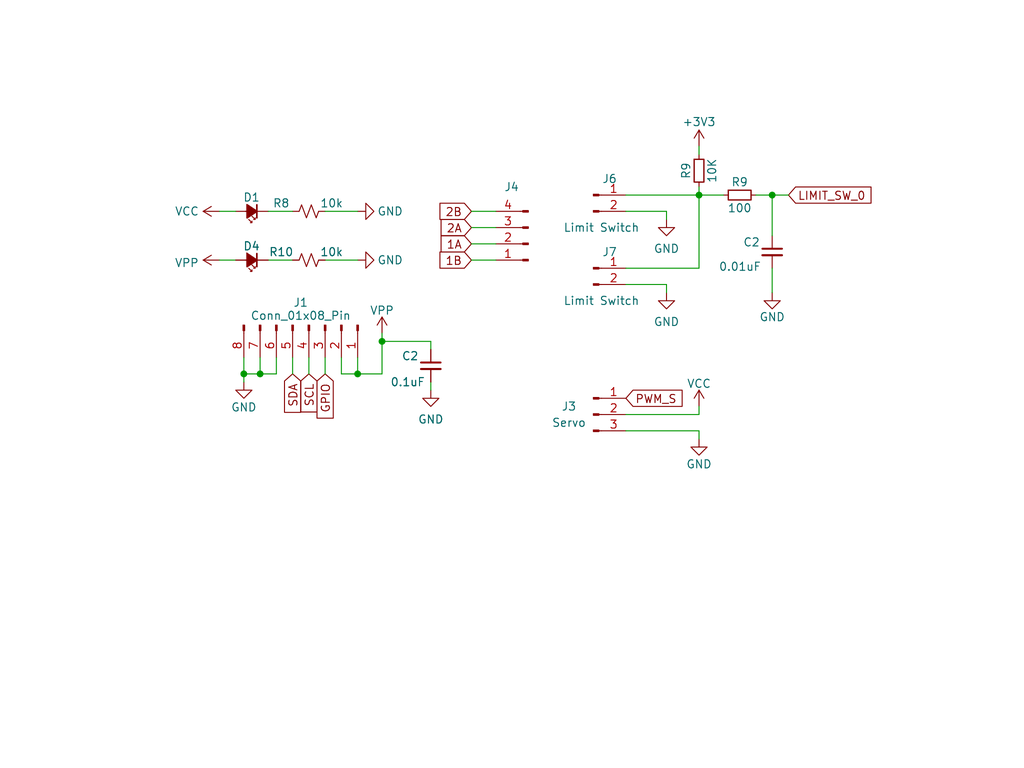
<source format=kicad_sch>
(kicad_sch (version 20230121) (generator eeschema)

  (uuid 44e254d1-1fbc-4905-aea0-99a7c6f7476a)

  (paper "User" 159.995 119.99)

  (lib_symbols
    (symbol "Connector:Conn_01x02_Male" (pin_names (offset 1.016) hide) (in_bom yes) (on_board yes)
      (property "Reference" "J" (at 0 2.54 0)
        (effects (font (size 1.27 1.27)))
      )
      (property "Value" "Conn_01x02_Male" (at 0 -5.08 0)
        (effects (font (size 1.27 1.27)))
      )
      (property "Footprint" "" (at 0 0 0)
        (effects (font (size 1.27 1.27)) hide)
      )
      (property "Datasheet" "~" (at 0 0 0)
        (effects (font (size 1.27 1.27)) hide)
      )
      (property "ki_keywords" "connector" (at 0 0 0)
        (effects (font (size 1.27 1.27)) hide)
      )
      (property "ki_description" "Generic connector, single row, 01x02, script generated (kicad-library-utils/schlib/autogen/connector/)" (at 0 0 0)
        (effects (font (size 1.27 1.27)) hide)
      )
      (property "ki_fp_filters" "Connector*:*_1x??_*" (at 0 0 0)
        (effects (font (size 1.27 1.27)) hide)
      )
      (symbol "Conn_01x02_Male_1_1"
        (polyline
          (pts
            (xy 1.27 -2.54)
            (xy 0.8636 -2.54)
          )
          (stroke (width 0.1524) (type default))
          (fill (type none))
        )
        (polyline
          (pts
            (xy 1.27 0)
            (xy 0.8636 0)
          )
          (stroke (width 0.1524) (type default))
          (fill (type none))
        )
        (rectangle (start 0.8636 -2.413) (end 0 -2.667)
          (stroke (width 0.1524) (type default))
          (fill (type outline))
        )
        (rectangle (start 0.8636 0.127) (end 0 -0.127)
          (stroke (width 0.1524) (type default))
          (fill (type outline))
        )
        (pin passive line (at 5.08 0 180) (length 3.81)
          (name "Pin_1" (effects (font (size 1.27 1.27))))
          (number "1" (effects (font (size 1.27 1.27))))
        )
        (pin passive line (at 5.08 -2.54 180) (length 3.81)
          (name "Pin_2" (effects (font (size 1.27 1.27))))
          (number "2" (effects (font (size 1.27 1.27))))
        )
      )
    )
    (symbol "Connector:Conn_01x03_Pin" (pin_names (offset 1.016) hide) (in_bom yes) (on_board yes)
      (property "Reference" "J" (at 0 5.08 0)
        (effects (font (size 1.27 1.27)))
      )
      (property "Value" "Conn_01x03_Pin" (at 0 -5.08 0)
        (effects (font (size 1.27 1.27)))
      )
      (property "Footprint" "" (at 0 0 0)
        (effects (font (size 1.27 1.27)) hide)
      )
      (property "Datasheet" "~" (at 0 0 0)
        (effects (font (size 1.27 1.27)) hide)
      )
      (property "ki_locked" "" (at 0 0 0)
        (effects (font (size 1.27 1.27)))
      )
      (property "ki_keywords" "connector" (at 0 0 0)
        (effects (font (size 1.27 1.27)) hide)
      )
      (property "ki_description" "Generic connector, single row, 01x03, script generated" (at 0 0 0)
        (effects (font (size 1.27 1.27)) hide)
      )
      (property "ki_fp_filters" "Connector*:*_1x??_*" (at 0 0 0)
        (effects (font (size 1.27 1.27)) hide)
      )
      (symbol "Conn_01x03_Pin_1_1"
        (polyline
          (pts
            (xy 1.27 -2.54)
            (xy 0.8636 -2.54)
          )
          (stroke (width 0.1524) (type default))
          (fill (type none))
        )
        (polyline
          (pts
            (xy 1.27 0)
            (xy 0.8636 0)
          )
          (stroke (width 0.1524) (type default))
          (fill (type none))
        )
        (polyline
          (pts
            (xy 1.27 2.54)
            (xy 0.8636 2.54)
          )
          (stroke (width 0.1524) (type default))
          (fill (type none))
        )
        (rectangle (start 0.8636 -2.413) (end 0 -2.667)
          (stroke (width 0.1524) (type default))
          (fill (type outline))
        )
        (rectangle (start 0.8636 0.127) (end 0 -0.127)
          (stroke (width 0.1524) (type default))
          (fill (type outline))
        )
        (rectangle (start 0.8636 2.667) (end 0 2.413)
          (stroke (width 0.1524) (type default))
          (fill (type outline))
        )
        (pin passive line (at 5.08 2.54 180) (length 3.81)
          (name "Pin_1" (effects (font (size 1.27 1.27))))
          (number "1" (effects (font (size 1.27 1.27))))
        )
        (pin passive line (at 5.08 0 180) (length 3.81)
          (name "Pin_2" (effects (font (size 1.27 1.27))))
          (number "2" (effects (font (size 1.27 1.27))))
        )
        (pin passive line (at 5.08 -2.54 180) (length 3.81)
          (name "Pin_3" (effects (font (size 1.27 1.27))))
          (number "3" (effects (font (size 1.27 1.27))))
        )
      )
    )
    (symbol "Connector:Conn_01x04_Male" (pin_names (offset 1.016) hide) (in_bom yes) (on_board yes)
      (property "Reference" "J" (at 0 5.08 0)
        (effects (font (size 1.27 1.27)))
      )
      (property "Value" "Conn_01x04_Male" (at 0 -7.62 0)
        (effects (font (size 1.27 1.27)))
      )
      (property "Footprint" "" (at 0 0 0)
        (effects (font (size 1.27 1.27)) hide)
      )
      (property "Datasheet" "~" (at 0 0 0)
        (effects (font (size 1.27 1.27)) hide)
      )
      (property "ki_keywords" "connector" (at 0 0 0)
        (effects (font (size 1.27 1.27)) hide)
      )
      (property "ki_description" "Generic connector, single row, 01x04, script generated (kicad-library-utils/schlib/autogen/connector/)" (at 0 0 0)
        (effects (font (size 1.27 1.27)) hide)
      )
      (property "ki_fp_filters" "Connector*:*_1x??_*" (at 0 0 0)
        (effects (font (size 1.27 1.27)) hide)
      )
      (symbol "Conn_01x04_Male_1_1"
        (polyline
          (pts
            (xy 1.27 -5.08)
            (xy 0.8636 -5.08)
          )
          (stroke (width 0.1524) (type default))
          (fill (type none))
        )
        (polyline
          (pts
            (xy 1.27 -2.54)
            (xy 0.8636 -2.54)
          )
          (stroke (width 0.1524) (type default))
          (fill (type none))
        )
        (polyline
          (pts
            (xy 1.27 0)
            (xy 0.8636 0)
          )
          (stroke (width 0.1524) (type default))
          (fill (type none))
        )
        (polyline
          (pts
            (xy 1.27 2.54)
            (xy 0.8636 2.54)
          )
          (stroke (width 0.1524) (type default))
          (fill (type none))
        )
        (rectangle (start 0.8636 -4.953) (end 0 -5.207)
          (stroke (width 0.1524) (type default))
          (fill (type outline))
        )
        (rectangle (start 0.8636 -2.413) (end 0 -2.667)
          (stroke (width 0.1524) (type default))
          (fill (type outline))
        )
        (rectangle (start 0.8636 0.127) (end 0 -0.127)
          (stroke (width 0.1524) (type default))
          (fill (type outline))
        )
        (rectangle (start 0.8636 2.667) (end 0 2.413)
          (stroke (width 0.1524) (type default))
          (fill (type outline))
        )
        (pin passive line (at 5.08 2.54 180) (length 3.81)
          (name "Pin_1" (effects (font (size 1.27 1.27))))
          (number "1" (effects (font (size 1.27 1.27))))
        )
        (pin passive line (at 5.08 0 180) (length 3.81)
          (name "Pin_2" (effects (font (size 1.27 1.27))))
          (number "2" (effects (font (size 1.27 1.27))))
        )
        (pin passive line (at 5.08 -2.54 180) (length 3.81)
          (name "Pin_3" (effects (font (size 1.27 1.27))))
          (number "3" (effects (font (size 1.27 1.27))))
        )
        (pin passive line (at 5.08 -5.08 180) (length 3.81)
          (name "Pin_4" (effects (font (size 1.27 1.27))))
          (number "4" (effects (font (size 1.27 1.27))))
        )
      )
    )
    (symbol "Connector:Conn_01x08_Pin" (pin_names (offset 1.016) hide) (in_bom yes) (on_board yes)
      (property "Reference" "J" (at 0 10.16 0)
        (effects (font (size 1.27 1.27)))
      )
      (property "Value" "Conn_01x08_Pin" (at 0 -12.7 0)
        (effects (font (size 1.27 1.27)))
      )
      (property "Footprint" "" (at 0 0 0)
        (effects (font (size 1.27 1.27)) hide)
      )
      (property "Datasheet" "~" (at 0 0 0)
        (effects (font (size 1.27 1.27)) hide)
      )
      (property "ki_locked" "" (at 0 0 0)
        (effects (font (size 1.27 1.27)))
      )
      (property "ki_keywords" "connector" (at 0 0 0)
        (effects (font (size 1.27 1.27)) hide)
      )
      (property "ki_description" "Generic connector, single row, 01x08, script generated" (at 0 0 0)
        (effects (font (size 1.27 1.27)) hide)
      )
      (property "ki_fp_filters" "Connector*:*_1x??_*" (at 0 0 0)
        (effects (font (size 1.27 1.27)) hide)
      )
      (symbol "Conn_01x08_Pin_1_1"
        (polyline
          (pts
            (xy 1.27 -10.16)
            (xy 0.8636 -10.16)
          )
          (stroke (width 0.1524) (type default))
          (fill (type none))
        )
        (polyline
          (pts
            (xy 1.27 -7.62)
            (xy 0.8636 -7.62)
          )
          (stroke (width 0.1524) (type default))
          (fill (type none))
        )
        (polyline
          (pts
            (xy 1.27 -5.08)
            (xy 0.8636 -5.08)
          )
          (stroke (width 0.1524) (type default))
          (fill (type none))
        )
        (polyline
          (pts
            (xy 1.27 -2.54)
            (xy 0.8636 -2.54)
          )
          (stroke (width 0.1524) (type default))
          (fill (type none))
        )
        (polyline
          (pts
            (xy 1.27 0)
            (xy 0.8636 0)
          )
          (stroke (width 0.1524) (type default))
          (fill (type none))
        )
        (polyline
          (pts
            (xy 1.27 2.54)
            (xy 0.8636 2.54)
          )
          (stroke (width 0.1524) (type default))
          (fill (type none))
        )
        (polyline
          (pts
            (xy 1.27 5.08)
            (xy 0.8636 5.08)
          )
          (stroke (width 0.1524) (type default))
          (fill (type none))
        )
        (polyline
          (pts
            (xy 1.27 7.62)
            (xy 0.8636 7.62)
          )
          (stroke (width 0.1524) (type default))
          (fill (type none))
        )
        (rectangle (start 0.8636 -10.033) (end 0 -10.287)
          (stroke (width 0.1524) (type default))
          (fill (type outline))
        )
        (rectangle (start 0.8636 -7.493) (end 0 -7.747)
          (stroke (width 0.1524) (type default))
          (fill (type outline))
        )
        (rectangle (start 0.8636 -4.953) (end 0 -5.207)
          (stroke (width 0.1524) (type default))
          (fill (type outline))
        )
        (rectangle (start 0.8636 -2.413) (end 0 -2.667)
          (stroke (width 0.1524) (type default))
          (fill (type outline))
        )
        (rectangle (start 0.8636 0.127) (end 0 -0.127)
          (stroke (width 0.1524) (type default))
          (fill (type outline))
        )
        (rectangle (start 0.8636 2.667) (end 0 2.413)
          (stroke (width 0.1524) (type default))
          (fill (type outline))
        )
        (rectangle (start 0.8636 5.207) (end 0 4.953)
          (stroke (width 0.1524) (type default))
          (fill (type outline))
        )
        (rectangle (start 0.8636 7.747) (end 0 7.493)
          (stroke (width 0.1524) (type default))
          (fill (type outline))
        )
        (pin passive line (at 5.08 7.62 180) (length 3.81)
          (name "Pin_1" (effects (font (size 1.27 1.27))))
          (number "1" (effects (font (size 1.27 1.27))))
        )
        (pin passive line (at 5.08 5.08 180) (length 3.81)
          (name "Pin_2" (effects (font (size 1.27 1.27))))
          (number "2" (effects (font (size 1.27 1.27))))
        )
        (pin passive line (at 5.08 2.54 180) (length 3.81)
          (name "Pin_3" (effects (font (size 1.27 1.27))))
          (number "3" (effects (font (size 1.27 1.27))))
        )
        (pin passive line (at 5.08 0 180) (length 3.81)
          (name "Pin_4" (effects (font (size 1.27 1.27))))
          (number "4" (effects (font (size 1.27 1.27))))
        )
        (pin passive line (at 5.08 -2.54 180) (length 3.81)
          (name "Pin_5" (effects (font (size 1.27 1.27))))
          (number "5" (effects (font (size 1.27 1.27))))
        )
        (pin passive line (at 5.08 -5.08 180) (length 3.81)
          (name "Pin_6" (effects (font (size 1.27 1.27))))
          (number "6" (effects (font (size 1.27 1.27))))
        )
        (pin passive line (at 5.08 -7.62 180) (length 3.81)
          (name "Pin_7" (effects (font (size 1.27 1.27))))
          (number "7" (effects (font (size 1.27 1.27))))
        )
        (pin passive line (at 5.08 -10.16 180) (length 3.81)
          (name "Pin_8" (effects (font (size 1.27 1.27))))
          (number "8" (effects (font (size 1.27 1.27))))
        )
      )
    )
    (symbol "Device:C_Small" (pin_numbers hide) (pin_names (offset 0.254) hide) (in_bom yes) (on_board yes)
      (property "Reference" "C" (at 0.254 1.778 0)
        (effects (font (size 1.27 1.27)) (justify left))
      )
      (property "Value" "C_Small" (at 0.254 -2.032 0)
        (effects (font (size 1.27 1.27)) (justify left))
      )
      (property "Footprint" "" (at 0 0 0)
        (effects (font (size 1.27 1.27)) hide)
      )
      (property "Datasheet" "~" (at 0 0 0)
        (effects (font (size 1.27 1.27)) hide)
      )
      (property "ki_keywords" "capacitor cap" (at 0 0 0)
        (effects (font (size 1.27 1.27)) hide)
      )
      (property "ki_description" "Unpolarized capacitor, small symbol" (at 0 0 0)
        (effects (font (size 1.27 1.27)) hide)
      )
      (property "ki_fp_filters" "C_*" (at 0 0 0)
        (effects (font (size 1.27 1.27)) hide)
      )
      (symbol "C_Small_0_1"
        (polyline
          (pts
            (xy -1.524 -0.508)
            (xy 1.524 -0.508)
          )
          (stroke (width 0.3302) (type default))
          (fill (type none))
        )
        (polyline
          (pts
            (xy -1.524 0.508)
            (xy 1.524 0.508)
          )
          (stroke (width 0.3048) (type default))
          (fill (type none))
        )
      )
      (symbol "C_Small_1_1"
        (pin passive line (at 0 2.54 270) (length 2.032)
          (name "~" (effects (font (size 1.27 1.27))))
          (number "1" (effects (font (size 1.27 1.27))))
        )
        (pin passive line (at 0 -2.54 90) (length 2.032)
          (name "~" (effects (font (size 1.27 1.27))))
          (number "2" (effects (font (size 1.27 1.27))))
        )
      )
    )
    (symbol "Device:LED_Small_Filled" (pin_numbers hide) (pin_names (offset 0.254) hide) (in_bom yes) (on_board yes)
      (property "Reference" "D" (at -1.27 3.175 0)
        (effects (font (size 1.27 1.27)) (justify left))
      )
      (property "Value" "LED_Small_Filled" (at -4.445 -2.54 0)
        (effects (font (size 1.27 1.27)) (justify left))
      )
      (property "Footprint" "" (at 0 0 90)
        (effects (font (size 1.27 1.27)) hide)
      )
      (property "Datasheet" "~" (at 0 0 90)
        (effects (font (size 1.27 1.27)) hide)
      )
      (property "ki_keywords" "LED diode light-emitting-diode" (at 0 0 0)
        (effects (font (size 1.27 1.27)) hide)
      )
      (property "ki_description" "Light emitting diode, small symbol, filled shape" (at 0 0 0)
        (effects (font (size 1.27 1.27)) hide)
      )
      (property "ki_fp_filters" "LED* LED_SMD:* LED_THT:*" (at 0 0 0)
        (effects (font (size 1.27 1.27)) hide)
      )
      (symbol "LED_Small_Filled_0_1"
        (polyline
          (pts
            (xy -0.762 -1.016)
            (xy -0.762 1.016)
          )
          (stroke (width 0.254) (type default))
          (fill (type none))
        )
        (polyline
          (pts
            (xy 1.016 0)
            (xy -0.762 0)
          )
          (stroke (width 0) (type default))
          (fill (type none))
        )
        (polyline
          (pts
            (xy 0.762 -1.016)
            (xy -0.762 0)
            (xy 0.762 1.016)
            (xy 0.762 -1.016)
          )
          (stroke (width 0.254) (type default))
          (fill (type outline))
        )
        (polyline
          (pts
            (xy 0 0.762)
            (xy -0.508 1.27)
            (xy -0.254 1.27)
            (xy -0.508 1.27)
            (xy -0.508 1.016)
          )
          (stroke (width 0) (type default))
          (fill (type none))
        )
        (polyline
          (pts
            (xy 0.508 1.27)
            (xy 0 1.778)
            (xy 0.254 1.778)
            (xy 0 1.778)
            (xy 0 1.524)
          )
          (stroke (width 0) (type default))
          (fill (type none))
        )
      )
      (symbol "LED_Small_Filled_1_1"
        (pin passive line (at -2.54 0 0) (length 1.778)
          (name "K" (effects (font (size 1.27 1.27))))
          (number "1" (effects (font (size 1.27 1.27))))
        )
        (pin passive line (at 2.54 0 180) (length 1.778)
          (name "A" (effects (font (size 1.27 1.27))))
          (number "2" (effects (font (size 1.27 1.27))))
        )
      )
    )
    (symbol "Device:R_Small" (pin_numbers hide) (pin_names (offset 0.254) hide) (in_bom yes) (on_board yes)
      (property "Reference" "R" (at 0.762 0.508 0)
        (effects (font (size 1.27 1.27)) (justify left))
      )
      (property "Value" "R_Small" (at 0.762 -1.016 0)
        (effects (font (size 1.27 1.27)) (justify left))
      )
      (property "Footprint" "" (at 0 0 0)
        (effects (font (size 1.27 1.27)) hide)
      )
      (property "Datasheet" "~" (at 0 0 0)
        (effects (font (size 1.27 1.27)) hide)
      )
      (property "ki_keywords" "R resistor" (at 0 0 0)
        (effects (font (size 1.27 1.27)) hide)
      )
      (property "ki_description" "Resistor, small symbol" (at 0 0 0)
        (effects (font (size 1.27 1.27)) hide)
      )
      (property "ki_fp_filters" "R_*" (at 0 0 0)
        (effects (font (size 1.27 1.27)) hide)
      )
      (symbol "R_Small_0_1"
        (rectangle (start -0.762 1.778) (end 0.762 -1.778)
          (stroke (width 0.2032) (type default))
          (fill (type none))
        )
      )
      (symbol "R_Small_1_1"
        (pin passive line (at 0 2.54 270) (length 0.762)
          (name "~" (effects (font (size 1.27 1.27))))
          (number "1" (effects (font (size 1.27 1.27))))
        )
        (pin passive line (at 0 -2.54 90) (length 0.762)
          (name "~" (effects (font (size 1.27 1.27))))
          (number "2" (effects (font (size 1.27 1.27))))
        )
      )
    )
    (symbol "Device:R_Small_US" (pin_numbers hide) (pin_names (offset 0.254) hide) (in_bom yes) (on_board yes)
      (property "Reference" "R" (at 0.762 0.508 0)
        (effects (font (size 1.27 1.27)) (justify left))
      )
      (property "Value" "R_Small_US" (at 0.762 -1.016 0)
        (effects (font (size 1.27 1.27)) (justify left))
      )
      (property "Footprint" "" (at 0 0 0)
        (effects (font (size 1.27 1.27)) hide)
      )
      (property "Datasheet" "~" (at 0 0 0)
        (effects (font (size 1.27 1.27)) hide)
      )
      (property "ki_keywords" "r resistor" (at 0 0 0)
        (effects (font (size 1.27 1.27)) hide)
      )
      (property "ki_description" "Resistor, small US symbol" (at 0 0 0)
        (effects (font (size 1.27 1.27)) hide)
      )
      (property "ki_fp_filters" "R_*" (at 0 0 0)
        (effects (font (size 1.27 1.27)) hide)
      )
      (symbol "R_Small_US_1_1"
        (polyline
          (pts
            (xy 0 0)
            (xy 1.016 -0.381)
            (xy 0 -0.762)
            (xy -1.016 -1.143)
            (xy 0 -1.524)
          )
          (stroke (width 0) (type default))
          (fill (type none))
        )
        (polyline
          (pts
            (xy 0 1.524)
            (xy 1.016 1.143)
            (xy 0 0.762)
            (xy -1.016 0.381)
            (xy 0 0)
          )
          (stroke (width 0) (type default))
          (fill (type none))
        )
        (pin passive line (at 0 2.54 270) (length 1.016)
          (name "~" (effects (font (size 1.27 1.27))))
          (number "1" (effects (font (size 1.27 1.27))))
        )
        (pin passive line (at 0 -2.54 90) (length 1.016)
          (name "~" (effects (font (size 1.27 1.27))))
          (number "2" (effects (font (size 1.27 1.27))))
        )
      )
    )
    (symbol "power:+3V3" (power) (pin_names (offset 0)) (in_bom yes) (on_board yes)
      (property "Reference" "#PWR" (at 0 -3.81 0)
        (effects (font (size 1.27 1.27)) hide)
      )
      (property "Value" "+3V3" (at 0 3.556 0)
        (effects (font (size 1.27 1.27)))
      )
      (property "Footprint" "" (at 0 0 0)
        (effects (font (size 1.27 1.27)) hide)
      )
      (property "Datasheet" "" (at 0 0 0)
        (effects (font (size 1.27 1.27)) hide)
      )
      (property "ki_keywords" "global power" (at 0 0 0)
        (effects (font (size 1.27 1.27)) hide)
      )
      (property "ki_description" "Power symbol creates a global label with name \"+3V3\"" (at 0 0 0)
        (effects (font (size 1.27 1.27)) hide)
      )
      (symbol "+3V3_0_1"
        (polyline
          (pts
            (xy -0.762 1.27)
            (xy 0 2.54)
          )
          (stroke (width 0) (type default))
          (fill (type none))
        )
        (polyline
          (pts
            (xy 0 0)
            (xy 0 2.54)
          )
          (stroke (width 0) (type default))
          (fill (type none))
        )
        (polyline
          (pts
            (xy 0 2.54)
            (xy 0.762 1.27)
          )
          (stroke (width 0) (type default))
          (fill (type none))
        )
      )
      (symbol "+3V3_1_1"
        (pin power_in line (at 0 0 90) (length 0) hide
          (name "+3V3" (effects (font (size 1.27 1.27))))
          (number "1" (effects (font (size 1.27 1.27))))
        )
      )
    )
    (symbol "power:GND" (power) (pin_names (offset 0)) (in_bom yes) (on_board yes)
      (property "Reference" "#PWR" (at 0 -6.35 0)
        (effects (font (size 1.27 1.27)) hide)
      )
      (property "Value" "GND" (at 0 -3.81 0)
        (effects (font (size 1.27 1.27)))
      )
      (property "Footprint" "" (at 0 0 0)
        (effects (font (size 1.27 1.27)) hide)
      )
      (property "Datasheet" "" (at 0 0 0)
        (effects (font (size 1.27 1.27)) hide)
      )
      (property "ki_keywords" "power-flag" (at 0 0 0)
        (effects (font (size 1.27 1.27)) hide)
      )
      (property "ki_description" "Power symbol creates a global label with name \"GND\" , ground" (at 0 0 0)
        (effects (font (size 1.27 1.27)) hide)
      )
      (symbol "GND_0_1"
        (polyline
          (pts
            (xy 0 0)
            (xy 0 -1.27)
            (xy 1.27 -1.27)
            (xy 0 -2.54)
            (xy -1.27 -1.27)
            (xy 0 -1.27)
          )
          (stroke (width 0) (type default))
          (fill (type none))
        )
      )
      (symbol "GND_1_1"
        (pin power_in line (at 0 0 270) (length 0) hide
          (name "GND" (effects (font (size 1.27 1.27))))
          (number "1" (effects (font (size 1.27 1.27))))
        )
      )
    )
    (symbol "power:VCC" (power) (pin_names (offset 0)) (in_bom yes) (on_board yes)
      (property "Reference" "#PWR" (at 0 -3.81 0)
        (effects (font (size 1.27 1.27)) hide)
      )
      (property "Value" "VCC" (at 0 3.81 0)
        (effects (font (size 1.27 1.27)))
      )
      (property "Footprint" "" (at 0 0 0)
        (effects (font (size 1.27 1.27)) hide)
      )
      (property "Datasheet" "" (at 0 0 0)
        (effects (font (size 1.27 1.27)) hide)
      )
      (property "ki_keywords" "global power" (at 0 0 0)
        (effects (font (size 1.27 1.27)) hide)
      )
      (property "ki_description" "Power symbol creates a global label with name \"VCC\"" (at 0 0 0)
        (effects (font (size 1.27 1.27)) hide)
      )
      (symbol "VCC_0_1"
        (polyline
          (pts
            (xy -0.762 1.27)
            (xy 0 2.54)
          )
          (stroke (width 0) (type default))
          (fill (type none))
        )
        (polyline
          (pts
            (xy 0 0)
            (xy 0 2.54)
          )
          (stroke (width 0) (type default))
          (fill (type none))
        )
        (polyline
          (pts
            (xy 0 2.54)
            (xy 0.762 1.27)
          )
          (stroke (width 0) (type default))
          (fill (type none))
        )
      )
      (symbol "VCC_1_1"
        (pin power_in line (at 0 0 90) (length 0) hide
          (name "VCC" (effects (font (size 1.27 1.27))))
          (number "1" (effects (font (size 1.27 1.27))))
        )
      )
    )
    (symbol "power:VPP" (power) (pin_names (offset 0)) (in_bom yes) (on_board yes)
      (property "Reference" "#PWR" (at 0 -3.81 0)
        (effects (font (size 1.27 1.27)) hide)
      )
      (property "Value" "VPP" (at 0 3.81 0)
        (effects (font (size 1.27 1.27)))
      )
      (property "Footprint" "" (at 0 0 0)
        (effects (font (size 1.27 1.27)) hide)
      )
      (property "Datasheet" "" (at 0 0 0)
        (effects (font (size 1.27 1.27)) hide)
      )
      (property "ki_keywords" "power-flag" (at 0 0 0)
        (effects (font (size 1.27 1.27)) hide)
      )
      (property "ki_description" "Power symbol creates a global label with name \"VPP\"" (at 0 0 0)
        (effects (font (size 1.27 1.27)) hide)
      )
      (symbol "VPP_0_1"
        (polyline
          (pts
            (xy -0.762 1.27)
            (xy 0 2.54)
          )
          (stroke (width 0) (type default))
          (fill (type none))
        )
        (polyline
          (pts
            (xy 0 0)
            (xy 0 2.54)
          )
          (stroke (width 0) (type default))
          (fill (type none))
        )
        (polyline
          (pts
            (xy 0 2.54)
            (xy 0.762 1.27)
          )
          (stroke (width 0) (type default))
          (fill (type none))
        )
      )
      (symbol "VPP_1_1"
        (pin power_in line (at 0 0 90) (length 0) hide
          (name "VPP" (effects (font (size 1.27 1.27))))
          (number "1" (effects (font (size 1.27 1.27))))
        )
      )
    )
  )

  (junction (at 55.88 58.42) (diameter 0) (color 0 0 0 0)
    (uuid 08bf7491-31ec-48b3-93c2-d6c10fda9558)
  )
  (junction (at 40.64 58.42) (diameter 0) (color 0 0 0 0)
    (uuid 13053149-58b5-450d-b9e8-b95ea0b78f42)
  )
  (junction (at 38.1 58.42) (diameter 0) (color 0 0 0 0)
    (uuid 294e933d-e87f-44c7-bcb3-55381bc52a65)
  )
  (junction (at 109.22 30.48) (diameter 0) (color 0 0 0 0)
    (uuid 4d107860-923b-4923-b0cf-d7a1122c8627)
  )
  (junction (at 120.65 30.48) (diameter 0) (color 0 0 0 0)
    (uuid e562cf37-1fe5-4320-9587-fc91e56961ca)
  )
  (junction (at 59.69 53.34) (diameter 0) (color 0 0 0 0)
    (uuid edc83db0-a5f1-4a96-b2bc-d6d54a30e636)
  )

  (wire (pts (xy 53.34 58.42) (xy 55.88 58.42))
    (stroke (width 0) (type default))
    (uuid 03b48c13-544e-4c63-a282-61d5e928993e)
  )
  (wire (pts (xy 41.91 33.02) (xy 45.72 33.02))
    (stroke (width 0) (type default))
    (uuid 0448e4c6-22ad-489d-8ccd-bfedcabeeae2)
  )
  (wire (pts (xy 59.69 58.42) (xy 55.88 58.42))
    (stroke (width 0) (type default))
    (uuid 1143e7ea-89ce-4dad-bc8f-fe366cfb062b)
  )
  (wire (pts (xy 67.31 59.69) (xy 67.31 60.96))
    (stroke (width 0) (type default))
    (uuid 145a36a3-e08d-4383-b899-cd0cda1cf513)
  )
  (wire (pts (xy 97.79 41.91) (xy 109.22 41.91))
    (stroke (width 0) (type default))
    (uuid 1a1ad6d3-acec-4729-9cc8-11da90df5d74)
  )
  (wire (pts (xy 40.64 58.42) (xy 38.1 58.42))
    (stroke (width 0) (type default))
    (uuid 1e15fa43-99ca-43c9-b363-17c7a6cd4071)
  )
  (wire (pts (xy 77.47 40.64) (xy 73.66 40.64))
    (stroke (width 0) (type default))
    (uuid 2fd349bf-25cd-4d34-88b1-e9b195ee90b5)
  )
  (wire (pts (xy 120.65 30.48) (xy 123.19 30.48))
    (stroke (width 0) (type default))
    (uuid 327eaf17-8e06-44fb-aff8-7fcc24598472)
  )
  (wire (pts (xy 50.8 33.02) (xy 55.88 33.02))
    (stroke (width 0) (type default))
    (uuid 3ab29feb-2551-4ff1-bf31-f40a848cba3c)
  )
  (wire (pts (xy 97.79 33.02) (xy 104.14 33.02))
    (stroke (width 0) (type default))
    (uuid 3afa4447-7e95-450a-bccb-a0b74ce6461c)
  )
  (wire (pts (xy 109.22 67.31) (xy 97.79 67.31))
    (stroke (width 0) (type default))
    (uuid 3bed4a5b-9062-4657-bc0f-e228150858e0)
  )
  (wire (pts (xy 43.18 58.42) (xy 40.64 58.42))
    (stroke (width 0) (type default))
    (uuid 47d54962-61e0-49c3-8b14-c6a2b9bf7e89)
  )
  (wire (pts (xy 59.69 52.07) (xy 59.69 53.34))
    (stroke (width 0) (type default))
    (uuid 4824785c-057a-41b9-8af2-c6887c2c0fb2)
  )
  (wire (pts (xy 109.22 30.48) (xy 113.03 30.48))
    (stroke (width 0) (type default))
    (uuid 493d07c5-4ecc-4752-aaf8-43d14d6c6a28)
  )
  (wire (pts (xy 38.1 58.42) (xy 38.1 59.69))
    (stroke (width 0) (type default))
    (uuid 4e649687-c5bb-4cbe-acef-01976eb7a801)
  )
  (wire (pts (xy 40.64 55.88) (xy 40.64 58.42))
    (stroke (width 0) (type default))
    (uuid 5a9a8d98-b96d-4916-9794-b0f31510fc1a)
  )
  (wire (pts (xy 53.34 55.88) (xy 53.34 58.42))
    (stroke (width 0) (type default))
    (uuid 67a7775f-182f-4836-bee9-50a68f5e8c48)
  )
  (wire (pts (xy 59.69 53.34) (xy 59.69 58.42))
    (stroke (width 0) (type default))
    (uuid 70a510a6-0d62-473a-9b5f-c47ca9dc06da)
  )
  (wire (pts (xy 67.31 53.34) (xy 67.31 54.61))
    (stroke (width 0) (type default))
    (uuid 8539a629-7a01-4e44-a984-9982f0c467c3)
  )
  (wire (pts (xy 109.22 68.58) (xy 109.22 67.31))
    (stroke (width 0) (type default))
    (uuid 85f402da-408e-4c83-ac8f-79d74e583f4e)
  )
  (wire (pts (xy 48.26 55.88) (xy 48.26 58.42))
    (stroke (width 0) (type default))
    (uuid 8f95b764-e60e-4fd6-8a44-adeab46416de)
  )
  (wire (pts (xy 97.79 30.48) (xy 109.22 30.48))
    (stroke (width 0) (type default))
    (uuid 9075260b-c5c8-4040-b97c-12f9386bfdfd)
  )
  (wire (pts (xy 120.65 41.91) (xy 120.65 45.72))
    (stroke (width 0) (type default))
    (uuid 90c4d35f-35c7-4917-bd45-e8f007e52a3d)
  )
  (wire (pts (xy 45.72 55.88) (xy 45.72 58.42))
    (stroke (width 0) (type default))
    (uuid 9adc60fb-30ba-450c-af63-80b0ead586a5)
  )
  (wire (pts (xy 77.47 33.02) (xy 73.66 33.02))
    (stroke (width 0) (type default))
    (uuid 9e3b836b-51e6-4181-aed1-aa1c7984fdab)
  )
  (wire (pts (xy 55.88 55.88) (xy 55.88 58.42))
    (stroke (width 0) (type default))
    (uuid a42d683c-180c-490b-bac1-7513c4d374d9)
  )
  (wire (pts (xy 34.29 40.64) (xy 36.83 40.64))
    (stroke (width 0) (type default))
    (uuid b8272e10-1664-4295-8baa-dba6d87ef31b)
  )
  (wire (pts (xy 34.29 33.02) (xy 36.83 33.02))
    (stroke (width 0) (type default))
    (uuid b9068f87-e05d-446e-bada-8f5a256f336d)
  )
  (wire (pts (xy 109.22 30.48) (xy 109.22 41.91))
    (stroke (width 0) (type default))
    (uuid bee8095a-25e8-4a77-a270-847b60688c45)
  )
  (wire (pts (xy 97.79 44.45) (xy 104.14 44.45))
    (stroke (width 0) (type default))
    (uuid bfcabd2b-db2f-409a-a2a5-67aa48b073f5)
  )
  (wire (pts (xy 77.47 38.1) (xy 73.66 38.1))
    (stroke (width 0) (type default))
    (uuid c65ba612-de1e-4eeb-9f12-92b52d5c8d83)
  )
  (wire (pts (xy 104.14 33.02) (xy 104.14 34.29))
    (stroke (width 0) (type default))
    (uuid ca7842d0-0477-41ff-89d5-c5b4bf6bcc2a)
  )
  (wire (pts (xy 109.22 29.21) (xy 109.22 30.48))
    (stroke (width 0) (type default))
    (uuid cd5c8f0e-ef9f-44ce-873e-d97823c685bd)
  )
  (wire (pts (xy 77.47 35.56) (xy 73.66 35.56))
    (stroke (width 0) (type default))
    (uuid d0c09b1f-289c-4b1d-af8c-bd3427f77293)
  )
  (wire (pts (xy 120.65 30.48) (xy 120.65 36.83))
    (stroke (width 0) (type default))
    (uuid d0fdbfac-b97a-429a-b392-ec6e4bb6c15f)
  )
  (wire (pts (xy 97.79 64.77) (xy 109.22 64.77))
    (stroke (width 0) (type default))
    (uuid d45b1b1f-35e4-4975-be00-e5065166e045)
  )
  (wire (pts (xy 109.22 64.77) (xy 109.22 63.5))
    (stroke (width 0) (type default))
    (uuid dd4a84b0-6630-4ab2-992c-e69e06361617)
  )
  (wire (pts (xy 50.8 55.88) (xy 50.8 58.42))
    (stroke (width 0) (type default))
    (uuid de9427d1-9f7b-4cf9-9367-5e64089a3ee2)
  )
  (wire (pts (xy 41.91 40.64) (xy 45.72 40.64))
    (stroke (width 0) (type default))
    (uuid e45b08ef-1a5a-49d6-8b2e-1bac7847e47a)
  )
  (wire (pts (xy 43.18 55.88) (xy 43.18 58.42))
    (stroke (width 0) (type default))
    (uuid ec72d48c-5013-4fc2-89a5-fd3db8801a09)
  )
  (wire (pts (xy 118.11 30.48) (xy 120.65 30.48))
    (stroke (width 0) (type default))
    (uuid f0169cc9-118a-46ff-b310-dc214aa8e5cc)
  )
  (wire (pts (xy 109.22 22.86) (xy 109.22 24.13))
    (stroke (width 0) (type default))
    (uuid f165f78f-d824-4ef3-a16e-356a6aaae09b)
  )
  (wire (pts (xy 50.8 40.64) (xy 55.88 40.64))
    (stroke (width 0) (type default))
    (uuid f381a14c-8b3f-48a4-9e97-7e3d2d22cabe)
  )
  (wire (pts (xy 38.1 55.88) (xy 38.1 58.42))
    (stroke (width 0) (type default))
    (uuid f53c6c41-6312-4998-a118-22158742aae0)
  )
  (wire (pts (xy 104.14 44.45) (xy 104.14 45.72))
    (stroke (width 0) (type default))
    (uuid f6fffea6-29dd-40f4-824a-77d429aa2619)
  )
  (wire (pts (xy 59.69 53.34) (xy 67.31 53.34))
    (stroke (width 0) (type default))
    (uuid fd0b2db4-6ab8-4b2e-b4cc-fd142f7a49c3)
  )

  (global_label "2B" (shape input) (at 73.66 33.02 180) (fields_autoplaced)
    (effects (font (size 1.27 1.27)) (justify right))
    (uuid 122a46dd-cb9e-44e4-864a-92f5219b10fe)
    (property "Intersheetrefs" "${INTERSHEET_REFS}" (at 68.2747 33.02 0)
      (effects (font (size 1.27 1.27)) (justify right) hide)
    )
  )
  (global_label "1B" (shape input) (at 73.66 40.64 180) (fields_autoplaced)
    (effects (font (size 1.27 1.27)) (justify right))
    (uuid 125bedf2-affb-4b80-adf9-1ab085394ce3)
    (property "Intersheetrefs" "${INTERSHEET_REFS}" (at 68.2747 40.64 0)
      (effects (font (size 1.27 1.27)) (justify right) hide)
    )
  )
  (global_label "LIMIT_SW_0" (shape input) (at 123.19 30.48 0) (fields_autoplaced)
    (effects (font (size 1.27 1.27)) (justify left))
    (uuid 14bc1163-229e-47dd-ad48-7965281602bf)
    (property "Intersheetrefs" "${INTERSHEET_REFS}" (at 136.5581 30.48 0)
      (effects (font (size 1.27 1.27)) (justify left) hide)
    )
  )
  (global_label "SDA" (shape input) (at 45.72 58.42 270) (fields_autoplaced)
    (effects (font (size 1.27 1.27)) (justify right))
    (uuid 5bc3d44c-2b73-46a2-a441-5ffbceaa3e4a)
    (property "Intersheetrefs" "${INTERSHEET_REFS}" (at 45.72 64.8939 90)
      (effects (font (size 1.27 1.27)) (justify right) hide)
    )
  )
  (global_label "2A" (shape input) (at 73.66 35.56 180) (fields_autoplaced)
    (effects (font (size 1.27 1.27)) (justify right))
    (uuid 6e634149-1469-492d-85b2-e7f09878e563)
    (property "Intersheetrefs" "${INTERSHEET_REFS}" (at 68.4561 35.56 0)
      (effects (font (size 1.27 1.27)) (justify right) hide)
    )
  )
  (global_label "SCL" (shape input) (at 48.26 58.42 270) (fields_autoplaced)
    (effects (font (size 1.27 1.27)) (justify right))
    (uuid 9c88f482-65e1-4b0b-a2e3-8635952e3313)
    (property "Intersheetrefs" "${INTERSHEET_REFS}" (at 48.26 64.8334 90)
      (effects (font (size 1.27 1.27)) (justify right) hide)
    )
  )
  (global_label "PWM_S" (shape input) (at 97.79 62.23 0) (fields_autoplaced)
    (effects (font (size 1.27 1.27)) (justify left))
    (uuid b26c61a6-d0ca-4963-9223-6dd7225c0a44)
    (property "Intersheetrefs" "${INTERSHEET_REFS}" (at 107.0457 62.23 0)
      (effects (font (size 1.27 1.27)) (justify left) hide)
    )
  )
  (global_label "GPIO" (shape input) (at 50.8 58.42 270) (fields_autoplaced)
    (effects (font (size 1.27 1.27)) (justify right))
    (uuid c8480c26-f3c1-4764-b1f8-ccb4ee4d1d54)
    (property "Intersheetrefs" "${INTERSHEET_REFS}" (at 50.8 65.8011 90)
      (effects (font (size 1.27 1.27)) (justify right) hide)
    )
  )
  (global_label "1A" (shape input) (at 73.66 38.1 180) (fields_autoplaced)
    (effects (font (size 1.27 1.27)) (justify right))
    (uuid cc8b4aec-b021-4ee2-8a8b-5fa4dde88179)
    (property "Intersheetrefs" "${INTERSHEET_REFS}" (at 68.4561 38.1 0)
      (effects (font (size 1.27 1.27)) (justify right) hide)
    )
  )

  (symbol (lib_id "Connector:Conn_01x02_Male") (at 92.71 30.48 0) (unit 1)
    (in_bom yes) (on_board yes) (dnp no)
    (uuid 1295331f-142a-4925-81d7-32881fdf1cef)
    (property "Reference" "J6" (at 95.25 27.94 0)
      (effects (font (size 1.27 1.27)))
    )
    (property "Value" "Limit Switch" (at 93.98 35.56 0)
      (effects (font (size 1.27 1.27)))
    )
    (property "Footprint" "Connector_PinHeader_2.54mm:PinHeader_1x02_P2.54mm_Vertical" (at 92.71 30.48 0)
      (effects (font (size 1.27 1.27)) hide)
    )
    (property "Datasheet" "~" (at 92.71 30.48 0)
      (effects (font (size 1.27 1.27)) hide)
    )
    (pin "1" (uuid 5befe9cc-7b01-4ba5-b639-87e287e76463))
    (pin "2" (uuid 96619d3d-4978-4cc3-95c0-0ed3cf663667))
    (instances
      (project "StepperMotor_module_V2_XIAO_RP2040"
        (path "/67ad53b0-e724-4354-8add-ffbe056bca93/9c4f98f1-bc47-4c4b-bbad-ba5566d013b5"
          (reference "J6") (unit 1)
        )
      )
      (project "Motor_module"
        (path "/e63e39d7-6ac0-4ffd-8aa3-1841a4541b55"
          (reference "J3") (unit 1)
        )
      )
    )
  )

  (symbol (lib_id "Connector:Conn_01x08_Pin") (at 48.26 50.8 270) (unit 1)
    (in_bom yes) (on_board yes) (dnp no) (fields_autoplaced)
    (uuid 1cfa00ad-e432-4fc6-bb93-073ce56ec6db)
    (property "Reference" "J1" (at 46.99 47.2708 90)
      (effects (font (size 1.27 1.27)))
    )
    (property "Value" "Conn_01x08_Pin" (at 46.99 49.3188 90)
      (effects (font (size 1.27 1.27)))
    )
    (property "Footprint" "Connector_PinHeader_2.54mm:PinHeader_1x08_P2.54mm_Vertical" (at 48.26 50.8 0)
      (effects (font (size 1.27 1.27)) hide)
    )
    (property "Datasheet" "~" (at 48.26 50.8 0)
      (effects (font (size 1.27 1.27)) hide)
    )
    (pin "1" (uuid bd3ea6f1-0080-46f8-b773-79101d66b2e9))
    (pin "2" (uuid eaf45732-531e-4a25-bd82-41d62b7487c6))
    (pin "3" (uuid 93d2924c-c1cb-4015-8d03-81de95da6461))
    (pin "4" (uuid 5d2e0ee4-4a56-4dff-93fe-32328e60b6b3))
    (pin "5" (uuid c2f2cc19-a623-4261-98c8-b8ecd615c8d5))
    (pin "6" (uuid 9cceea74-9ef9-4161-8c99-c6e58151187b))
    (pin "7" (uuid 142b44f7-aefb-407c-85fa-8e78e07132da))
    (pin "8" (uuid 2373ddf3-64d6-43ae-bbb0-4939d00f6d9c))
    (instances
      (project "StepperMotor_module_V2_XIAO_RP2040"
        (path "/67ad53b0-e724-4354-8add-ffbe056bca93/9c4f98f1-bc47-4c4b-bbad-ba5566d013b5"
          (reference "J1") (unit 1)
        )
      )
    )
  )

  (symbol (lib_id "power:VCC") (at 34.29 33.02 90) (unit 1)
    (in_bom yes) (on_board yes) (dnp no)
    (uuid 294d40fe-3d07-4ea4-b300-54b210b458b7)
    (property "Reference" "#PWR09" (at 38.1 33.02 0)
      (effects (font (size 1.27 1.27)) hide)
    )
    (property "Value" "VCC" (at 29.21 33.02 90)
      (effects (font (size 1.27 1.27)))
    )
    (property "Footprint" "" (at 34.29 33.02 0)
      (effects (font (size 1.27 1.27)) hide)
    )
    (property "Datasheet" "" (at 34.29 33.02 0)
      (effects (font (size 1.27 1.27)) hide)
    )
    (pin "1" (uuid 8df7272e-b153-4ecd-924a-842aef33eb80))
    (instances
      (project "StepperMotor_module_V2_XIAO_RP2040"
        (path "/67ad53b0-e724-4354-8add-ffbe056bca93/07c0a6ff-eef2-4578-b5db-f7e0ea607e3d"
          (reference "#PWR09") (unit 1)
        )
        (path "/67ad53b0-e724-4354-8add-ffbe056bca93/9c4f98f1-bc47-4c4b-bbad-ba5566d013b5"
          (reference "#PWR021") (unit 1)
        )
      )
    )
  )

  (symbol (lib_id "power:GND") (at 55.88 33.02 90) (unit 1)
    (in_bom yes) (on_board yes) (dnp no)
    (uuid 35d32d05-6d8b-4195-83e9-c8075508e3a7)
    (property "Reference" "#PWR013" (at 62.23 33.02 0)
      (effects (font (size 1.27 1.27)) hide)
    )
    (property "Value" "GND" (at 60.96 33.02 90)
      (effects (font (size 1.27 1.27)))
    )
    (property "Footprint" "" (at 55.88 33.02 0)
      (effects (font (size 1.27 1.27)) hide)
    )
    (property "Datasheet" "" (at 55.88 33.02 0)
      (effects (font (size 1.27 1.27)) hide)
    )
    (pin "1" (uuid 00bd397c-d4c6-4419-9ccd-7a9a218914ca))
    (instances
      (project "StepperMotor_module_V2_XIAO_RP2040"
        (path "/67ad53b0-e724-4354-8add-ffbe056bca93/9c4f98f1-bc47-4c4b-bbad-ba5566d013b5"
          (reference "#PWR013") (unit 1)
        )
      )
      (project "Motor_module"
        (path "/e63e39d7-6ac0-4ffd-8aa3-1841a4541b55"
          (reference "#PWR0132") (unit 1)
        )
      )
    )
  )

  (symbol (lib_id "power:GND") (at 38.1 59.69 0) (unit 1)
    (in_bom yes) (on_board yes) (dnp no) (fields_autoplaced)
    (uuid 41bb00d2-a295-4f3f-99cd-afa259798029)
    (property "Reference" "#PWR019" (at 38.1 66.04 0)
      (effects (font (size 1.27 1.27)) hide)
    )
    (property "Value" "GND" (at 38.1 63.635 0)
      (effects (font (size 1.27 1.27)))
    )
    (property "Footprint" "" (at 38.1 59.69 0)
      (effects (font (size 1.27 1.27)) hide)
    )
    (property "Datasheet" "" (at 38.1 59.69 0)
      (effects (font (size 1.27 1.27)) hide)
    )
    (pin "1" (uuid d812327f-8cc4-457b-8846-2aa5b011a111))
    (instances
      (project "StepperMotor_module_V2_XIAO_RP2040"
        (path "/67ad53b0-e724-4354-8add-ffbe056bca93/9c4f98f1-bc47-4c4b-bbad-ba5566d013b5"
          (reference "#PWR019") (unit 1)
        )
      )
      (project "Motor_module"
        (path "/e63e39d7-6ac0-4ffd-8aa3-1841a4541b55"
          (reference "#PWR0101") (unit 1)
        )
      )
    )
  )

  (symbol (lib_id "Device:LED_Small_Filled") (at 39.37 33.02 180) (unit 1)
    (in_bom yes) (on_board yes) (dnp no) (fields_autoplaced)
    (uuid 4d21f575-7aba-4e85-bc8b-6418f1010d61)
    (property "Reference" "D1" (at 39.3065 30.8412 0)
      (effects (font (size 1.27 1.27)))
    )
    (property "Value" "LED_Small_Filled" (at 39.3065 30.8126 0)
      (effects (font (size 1.27 1.27)) hide)
    )
    (property "Footprint" "LED_SMD:LED_0603_1608Metric" (at 39.37 33.02 90)
      (effects (font (size 1.27 1.27)) hide)
    )
    (property "Datasheet" "~" (at 39.37 33.02 90)
      (effects (font (size 1.27 1.27)) hide)
    )
    (pin "1" (uuid b1c2eeb9-4562-4bd2-b210-c53c24ad75e8))
    (pin "2" (uuid 624f7d15-bd14-4c63-973a-36255e11f16f))
    (instances
      (project "StepperMotor_module_V2_XIAO_RP2040"
        (path "/67ad53b0-e724-4354-8add-ffbe056bca93/9c4f98f1-bc47-4c4b-bbad-ba5566d013b5"
          (reference "D1") (unit 1)
        )
      )
      (project "Motor_module"
        (path "/e63e39d7-6ac0-4ffd-8aa3-1841a4541b55"
          (reference "D2") (unit 1)
        )
      )
    )
  )

  (symbol (lib_id "power:GND") (at 104.14 45.72 0) (unit 1)
    (in_bom yes) (on_board yes) (dnp no) (fields_autoplaced)
    (uuid 51302fdc-0301-4ac3-b49c-00eb30dfcd75)
    (property "Reference" "#PWR020" (at 104.14 52.07 0)
      (effects (font (size 1.27 1.27)) hide)
    )
    (property "Value" "GND" (at 104.14 50.2825 0)
      (effects (font (size 1.27 1.27)))
    )
    (property "Footprint" "" (at 104.14 45.72 0)
      (effects (font (size 1.27 1.27)) hide)
    )
    (property "Datasheet" "" (at 104.14 45.72 0)
      (effects (font (size 1.27 1.27)) hide)
    )
    (pin "1" (uuid 255d2373-ee9b-4f93-95f2-822dfb136f4a))
    (instances
      (project "StepperMotor_module_V2_XIAO_RP2040"
        (path "/67ad53b0-e724-4354-8add-ffbe056bca93/9c4f98f1-bc47-4c4b-bbad-ba5566d013b5"
          (reference "#PWR020") (unit 1)
        )
      )
      (project "Motor_module"
        (path "/e63e39d7-6ac0-4ffd-8aa3-1841a4541b55"
          (reference "#PWR0130") (unit 1)
        )
      )
    )
  )

  (symbol (lib_id "Device:R_Small_US") (at 48.26 33.02 90) (unit 1)
    (in_bom yes) (on_board yes) (dnp no)
    (uuid 582e9c0f-0f9f-4d88-bf3c-3995bf866641)
    (property "Reference" "R8" (at 43.942 31.75 90)
      (effects (font (size 1.27 1.27)))
    )
    (property "Value" "10k" (at 51.816 31.75 90)
      (effects (font (size 1.27 1.27)))
    )
    (property "Footprint" "Resistor_SMD:R_0603_1608Metric" (at 48.26 33.02 0)
      (effects (font (size 1.27 1.27)) hide)
    )
    (property "Datasheet" "~" (at 48.26 33.02 0)
      (effects (font (size 1.27 1.27)) hide)
    )
    (pin "1" (uuid 08da8ef2-96bb-44de-8c91-61074d91cc60))
    (pin "2" (uuid b19b3a74-4cde-4595-a2bf-a208c0256426))
    (instances
      (project "StepperMotor_module_V2_XIAO_RP2040"
        (path "/67ad53b0-e724-4354-8add-ffbe056bca93/9c4f98f1-bc47-4c4b-bbad-ba5566d013b5"
          (reference "R8") (unit 1)
        )
      )
      (project "Motor_module"
        (path "/e63e39d7-6ac0-4ffd-8aa3-1841a4541b55"
          (reference "R9") (unit 1)
        )
      )
    )
  )

  (symbol (lib_id "power:VPP") (at 59.69 52.07 0) (unit 1)
    (in_bom yes) (on_board yes) (dnp no)
    (uuid 5b3e4fff-10b0-4242-9f4c-cdfab01ddfd4)
    (property "Reference" "#PWR016" (at 59.69 55.88 0)
      (effects (font (size 1.27 1.27)) hide)
    )
    (property "Value" "VPP" (at 59.69 48.514 0)
      (effects (font (size 1.27 1.27)))
    )
    (property "Footprint" "" (at 59.69 52.07 0)
      (effects (font (size 1.27 1.27)) hide)
    )
    (property "Datasheet" "" (at 59.69 52.07 0)
      (effects (font (size 1.27 1.27)) hide)
    )
    (pin "1" (uuid 5b748230-2292-46e5-931e-0a03d9107990))
    (instances
      (project "StepperMotor_module_V2_XIAO_RP2040"
        (path "/67ad53b0-e724-4354-8add-ffbe056bca93/9c4f98f1-bc47-4c4b-bbad-ba5566d013b5"
          (reference "#PWR016") (unit 1)
        )
      )
      (project "Motor_module"
        (path "/e63e39d7-6ac0-4ffd-8aa3-1841a4541b55"
          (reference "#PWR0104") (unit 1)
        )
      )
    )
  )

  (symbol (lib_id "power:VCC") (at 109.22 63.5 0) (unit 1)
    (in_bom yes) (on_board yes) (dnp no)
    (uuid 61ba9e71-d082-4a41-b31c-d6fb63ae7f4f)
    (property "Reference" "#PWR09" (at 109.22 67.31 0)
      (effects (font (size 1.27 1.27)) hide)
    )
    (property "Value" "VCC" (at 109.22 59.944 0)
      (effects (font (size 1.27 1.27)))
    )
    (property "Footprint" "" (at 109.22 63.5 0)
      (effects (font (size 1.27 1.27)) hide)
    )
    (property "Datasheet" "" (at 109.22 63.5 0)
      (effects (font (size 1.27 1.27)) hide)
    )
    (pin "1" (uuid 067d28f4-d4c3-45f3-89f9-d7e50b664070))
    (instances
      (project "StepperMotor_module_V2_XIAO_RP2040"
        (path "/67ad53b0-e724-4354-8add-ffbe056bca93/07c0a6ff-eef2-4578-b5db-f7e0ea607e3d"
          (reference "#PWR09") (unit 1)
        )
        (path "/67ad53b0-e724-4354-8add-ffbe056bca93/9c4f98f1-bc47-4c4b-bbad-ba5566d013b5"
          (reference "#PWR017") (unit 1)
        )
      )
    )
  )

  (symbol (lib_id "Connector:Conn_01x03_Pin") (at 92.71 64.77 0) (unit 1)
    (in_bom yes) (on_board yes) (dnp no)
    (uuid 6289d1eb-1d58-4ea0-b513-6d1be040cb51)
    (property "Reference" "J3" (at 88.9 63.5 0)
      (effects (font (size 1.27 1.27)))
    )
    (property "Value" "Servo" (at 88.9 66.04 0)
      (effects (font (size 1.27 1.27)))
    )
    (property "Footprint" "Connector_PinHeader_2.54mm:PinHeader_1x03_P2.54mm_Vertical" (at 92.71 64.77 0)
      (effects (font (size 1.27 1.27)) hide)
    )
    (property "Datasheet" "~" (at 92.71 64.77 0)
      (effects (font (size 1.27 1.27)) hide)
    )
    (pin "1" (uuid 4a405c31-8236-4f1d-8f34-7945dc872a4b))
    (pin "2" (uuid 1513fe60-ddf1-4737-b2cb-767014bca4d8))
    (pin "3" (uuid 43432ee3-5777-46fe-81ca-61997c1cb0f9))
    (instances
      (project "StepperMotor_module_V2_XIAO_RP2040"
        (path "/67ad53b0-e724-4354-8add-ffbe056bca93/9c4f98f1-bc47-4c4b-bbad-ba5566d013b5"
          (reference "J3") (unit 1)
        )
      )
    )
  )

  (symbol (lib_id "power:GND") (at 104.14 34.29 0) (unit 1)
    (in_bom yes) (on_board yes) (dnp no) (fields_autoplaced)
    (uuid 707baf11-1396-49db-9be9-4fa1799ede5e)
    (property "Reference" "#PWR018" (at 104.14 40.64 0)
      (effects (font (size 1.27 1.27)) hide)
    )
    (property "Value" "GND" (at 104.14 38.8525 0)
      (effects (font (size 1.27 1.27)))
    )
    (property "Footprint" "" (at 104.14 34.29 0)
      (effects (font (size 1.27 1.27)) hide)
    )
    (property "Datasheet" "" (at 104.14 34.29 0)
      (effects (font (size 1.27 1.27)) hide)
    )
    (pin "1" (uuid 418cb0fd-21e5-4ba0-8a82-5fcf5907658f))
    (instances
      (project "StepperMotor_module_V2_XIAO_RP2040"
        (path "/67ad53b0-e724-4354-8add-ffbe056bca93/9c4f98f1-bc47-4c4b-bbad-ba5566d013b5"
          (reference "#PWR018") (unit 1)
        )
      )
      (project "Motor_module"
        (path "/e63e39d7-6ac0-4ffd-8aa3-1841a4541b55"
          (reference "#PWR0102") (unit 1)
        )
      )
    )
  )

  (symbol (lib_id "Device:R_Small") (at 109.22 26.67 0) (unit 1)
    (in_bom yes) (on_board yes) (dnp no)
    (uuid 86e4079d-fdf1-4d13-b6bd-c724c354e470)
    (property "Reference" "R9" (at 107.188 26.67 90)
      (effects (font (size 1.27 1.27)))
    )
    (property "Value" "10K" (at 111.252 26.67 90)
      (effects (font (size 1.27 1.27)))
    )
    (property "Footprint" "Resistor_SMD:R_0603_1608Metric_Pad0.98x0.95mm_HandSolder" (at 109.22 26.67 0)
      (effects (font (size 1.27 1.27)) hide)
    )
    (property "Datasheet" "~" (at 109.22 26.67 0)
      (effects (font (size 1.27 1.27)) hide)
    )
    (pin "1" (uuid 7b9ee854-36ed-4a36-8b2a-41f13962da8d))
    (pin "2" (uuid e332cf67-b3d5-43a8-b973-ca43f4a82dfa))
    (instances
      (project "StepperMotor_module_V2_XIAO_RP2040"
        (path "/67ad53b0-e724-4354-8add-ffbe056bca93/07c0a6ff-eef2-4578-b5db-f7e0ea607e3d"
          (reference "R9") (unit 1)
        )
        (path "/67ad53b0-e724-4354-8add-ffbe056bca93/9c4f98f1-bc47-4c4b-bbad-ba5566d013b5"
          (reference "R11") (unit 1)
        )
      )
      (project "DATA_STORAGE"
        (path "/e63e39d7-6ac0-4ffd-8aa3-1841a4541b55"
          (reference "R1") (unit 1)
        )
      )
    )
  )

  (symbol (lib_id "power:GND") (at 55.88 40.64 90) (unit 1)
    (in_bom yes) (on_board yes) (dnp no)
    (uuid a60d29ed-7e5b-47ca-bfde-a91e721510df)
    (property "Reference" "#PWR015" (at 62.23 40.64 0)
      (effects (font (size 1.27 1.27)) hide)
    )
    (property "Value" "GND" (at 60.96 40.64 90)
      (effects (font (size 1.27 1.27)))
    )
    (property "Footprint" "" (at 55.88 40.64 0)
      (effects (font (size 1.27 1.27)) hide)
    )
    (property "Datasheet" "" (at 55.88 40.64 0)
      (effects (font (size 1.27 1.27)) hide)
    )
    (pin "1" (uuid 2c53ba47-367d-4548-a796-a4bd5457ac6d))
    (instances
      (project "StepperMotor_module_V2_XIAO_RP2040"
        (path "/67ad53b0-e724-4354-8add-ffbe056bca93/9c4f98f1-bc47-4c4b-bbad-ba5566d013b5"
          (reference "#PWR015") (unit 1)
        )
      )
      (project "Motor_module"
        (path "/e63e39d7-6ac0-4ffd-8aa3-1841a4541b55"
          (reference "#PWR0131") (unit 1)
        )
      )
    )
  )

  (symbol (lib_id "Device:LED_Small_Filled") (at 39.37 40.64 180) (unit 1)
    (in_bom yes) (on_board yes) (dnp no) (fields_autoplaced)
    (uuid b6537bc0-5e74-4399-9040-f75074a568c6)
    (property "Reference" "D4" (at 39.3065 38.4612 0)
      (effects (font (size 1.27 1.27)))
    )
    (property "Value" "LED_Small_Filled" (at 39.3065 38.4326 0)
      (effects (font (size 1.27 1.27)) hide)
    )
    (property "Footprint" "LED_SMD:LED_0603_1608Metric" (at 39.37 40.64 90)
      (effects (font (size 1.27 1.27)) hide)
    )
    (property "Datasheet" "~" (at 39.37 40.64 90)
      (effects (font (size 1.27 1.27)) hide)
    )
    (pin "1" (uuid b81814b5-0820-4b68-95b7-16308e295fc0))
    (pin "2" (uuid 34f74e09-0794-40dc-87ed-5a16de72e14d))
    (instances
      (project "StepperMotor_module_V2_XIAO_RP2040"
        (path "/67ad53b0-e724-4354-8add-ffbe056bca93/9c4f98f1-bc47-4c4b-bbad-ba5566d013b5"
          (reference "D4") (unit 1)
        )
      )
      (project "Motor_module"
        (path "/e63e39d7-6ac0-4ffd-8aa3-1841a4541b55"
          (reference "D3") (unit 1)
        )
      )
    )
  )

  (symbol (lib_id "Device:C_Small") (at 67.31 57.15 0) (unit 1)
    (in_bom yes) (on_board yes) (dnp no)
    (uuid c2407091-53d8-4d73-a730-140c14573f10)
    (property "Reference" "C2" (at 62.738 55.626 0)
      (effects (font (size 1.27 1.27)) (justify left))
    )
    (property "Value" "0.1uF" (at 60.96 59.69 0)
      (effects (font (size 1.27 1.27)) (justify left))
    )
    (property "Footprint" "Capacitor_SMD:C_0805_2012Metric_Pad1.18x1.45mm_HandSolder" (at 67.31 57.15 0)
      (effects (font (size 1.27 1.27)) hide)
    )
    (property "Datasheet" "~" (at 67.31 57.15 0)
      (effects (font (size 1.27 1.27)) hide)
    )
    (pin "1" (uuid 40c6c91b-4ce5-47ae-81bc-5a531235c93d))
    (pin "2" (uuid 198f8913-9dee-4a9e-bc86-3f2f217d7bff))
    (instances
      (project "StepperMotor_module_V2_XIAO_RP2040"
        (path "/67ad53b0-e724-4354-8add-ffbe056bca93"
          (reference "C2") (unit 1)
        )
        (path "/67ad53b0-e724-4354-8add-ffbe056bca93/07c0a6ff-eef2-4578-b5db-f7e0ea607e3d"
          (reference "C9") (unit 1)
        )
        (path "/67ad53b0-e724-4354-8add-ffbe056bca93/9c4f98f1-bc47-4c4b-bbad-ba5566d013b5"
          (reference "C1") (unit 1)
        )
      )
    )
  )

  (symbol (lib_id "Connector:Conn_01x02_Male") (at 92.71 41.91 0) (unit 1)
    (in_bom yes) (on_board yes) (dnp no)
    (uuid c30b97c9-13a4-438f-9027-3dcfa28bcc26)
    (property "Reference" "J7" (at 95.25 39.37 0)
      (effects (font (size 1.27 1.27)))
    )
    (property "Value" "Limit Switch" (at 93.98 46.99 0)
      (effects (font (size 1.27 1.27)))
    )
    (property "Footprint" "Connector_PinHeader_2.54mm:PinHeader_1x02_P2.54mm_Vertical" (at 92.71 41.91 0)
      (effects (font (size 1.27 1.27)) hide)
    )
    (property "Datasheet" "~" (at 92.71 41.91 0)
      (effects (font (size 1.27 1.27)) hide)
    )
    (pin "1" (uuid 348d6367-22bd-4723-833e-847ab7f8487c))
    (pin "2" (uuid 6539c4d3-23da-443b-b035-cd80fefaf247))
    (instances
      (project "StepperMotor_module_V2_XIAO_RP2040"
        (path "/67ad53b0-e724-4354-8add-ffbe056bca93/9c4f98f1-bc47-4c4b-bbad-ba5566d013b5"
          (reference "J7") (unit 1)
        )
      )
      (project "Motor_module"
        (path "/e63e39d7-6ac0-4ffd-8aa3-1841a4541b55"
          (reference "J4") (unit 1)
        )
      )
    )
  )

  (symbol (lib_id "Device:R_Small") (at 115.57 30.48 270) (unit 1)
    (in_bom yes) (on_board yes) (dnp no)
    (uuid c4d37d03-d73b-4f5e-a344-cf17ae9fa302)
    (property "Reference" "R9" (at 115.57 28.448 90)
      (effects (font (size 1.27 1.27)))
    )
    (property "Value" "100" (at 115.57 32.512 90)
      (effects (font (size 1.27 1.27)))
    )
    (property "Footprint" "Resistor_SMD:R_0603_1608Metric_Pad0.98x0.95mm_HandSolder" (at 115.57 30.48 0)
      (effects (font (size 1.27 1.27)) hide)
    )
    (property "Datasheet" "~" (at 115.57 30.48 0)
      (effects (font (size 1.27 1.27)) hide)
    )
    (pin "1" (uuid afd009c9-ad06-43f3-8850-9998841910d6))
    (pin "2" (uuid bf46a4d1-2753-40a4-b395-89885cb40633))
    (instances
      (project "StepperMotor_module_V2_XIAO_RP2040"
        (path "/67ad53b0-e724-4354-8add-ffbe056bca93/07c0a6ff-eef2-4578-b5db-f7e0ea607e3d"
          (reference "R9") (unit 1)
        )
        (path "/67ad53b0-e724-4354-8add-ffbe056bca93/9c4f98f1-bc47-4c4b-bbad-ba5566d013b5"
          (reference "R12") (unit 1)
        )
      )
      (project "DATA_STORAGE"
        (path "/e63e39d7-6ac0-4ffd-8aa3-1841a4541b55"
          (reference "R1") (unit 1)
        )
      )
    )
  )

  (symbol (lib_id "Device:R_Small_US") (at 48.26 40.64 90) (unit 1)
    (in_bom yes) (on_board yes) (dnp no)
    (uuid c619b328-2650-41ca-8b8f-a98fc41c691f)
    (property "Reference" "R10" (at 43.942 39.37 90)
      (effects (font (size 1.27 1.27)))
    )
    (property "Value" "10k" (at 51.816 39.37 90)
      (effects (font (size 1.27 1.27)))
    )
    (property "Footprint" "Resistor_SMD:R_0603_1608Metric" (at 48.26 40.64 0)
      (effects (font (size 1.27 1.27)) hide)
    )
    (property "Datasheet" "~" (at 48.26 40.64 0)
      (effects (font (size 1.27 1.27)) hide)
    )
    (pin "1" (uuid d3db9004-b446-4ae5-91eb-40fa7d1b2329))
    (pin "2" (uuid fc975f97-9a36-4b4a-a88c-f3d6703b7372))
    (instances
      (project "StepperMotor_module_V2_XIAO_RP2040"
        (path "/67ad53b0-e724-4354-8add-ffbe056bca93/9c4f98f1-bc47-4c4b-bbad-ba5566d013b5"
          (reference "R10") (unit 1)
        )
      )
      (project "Motor_module"
        (path "/e63e39d7-6ac0-4ffd-8aa3-1841a4541b55"
          (reference "R10") (unit 1)
        )
      )
    )
  )

  (symbol (lib_id "Connector:Conn_01x04_Male") (at 82.55 38.1 180) (unit 1)
    (in_bom yes) (on_board yes) (dnp no)
    (uuid d6bdbdce-91d7-47e3-89a7-ad1efb1112c2)
    (property "Reference" "J4" (at 78.74 29.21 0)
      (effects (font (size 1.27 1.27)) (justify right))
    )
    (property "Value" "Limit Switch" (at 83.2612 38.6966 0)
      (effects (font (size 1.27 1.27)) (justify right) hide)
    )
    (property "Footprint" "Connector_PinHeader_2.54mm:PinHeader_1x04_P2.54mm_Vertical" (at 82.55 38.1 0)
      (effects (font (size 1.27 1.27)) hide)
    )
    (property "Datasheet" "~" (at 82.55 38.1 0)
      (effects (font (size 1.27 1.27)) hide)
    )
    (pin "1" (uuid c4c60f2b-56b5-40d2-8cf0-68992a055d22))
    (pin "2" (uuid 4111b383-666a-4c03-83b5-c5eccbaf23aa))
    (pin "3" (uuid aecb01ca-795d-4814-8be1-aa56e16239f3))
    (pin "4" (uuid 0e8479f0-a8af-4ef9-9d4d-ed514f5e723b))
    (instances
      (project "StepperMotor_module_V2_XIAO_RP2040"
        (path "/67ad53b0-e724-4354-8add-ffbe056bca93/9c4f98f1-bc47-4c4b-bbad-ba5566d013b5"
          (reference "J4") (unit 1)
        )
      )
      (project "Motor_module"
        (path "/e63e39d7-6ac0-4ffd-8aa3-1841a4541b55"
          (reference "J1") (unit 1)
        )
      )
    )
  )

  (symbol (lib_id "power:GND") (at 120.65 45.72 0) (unit 1)
    (in_bom yes) (on_board yes) (dnp no)
    (uuid de60f978-e7f2-4fa9-9aba-f5da398e3a65)
    (property "Reference" "#PWR06" (at 120.65 52.07 0)
      (effects (font (size 1.27 1.27)) hide)
    )
    (property "Value" "GND" (at 120.65 49.53 0)
      (effects (font (size 1.27 1.27)))
    )
    (property "Footprint" "" (at 120.65 45.72 0)
      (effects (font (size 1.27 1.27)) hide)
    )
    (property "Datasheet" "" (at 120.65 45.72 0)
      (effects (font (size 1.27 1.27)) hide)
    )
    (pin "1" (uuid fd7c207a-1d3c-4f97-aacf-ec1b6019f78d))
    (instances
      (project "StepperMotor_module_V2_XIAO_RP2040"
        (path "/67ad53b0-e724-4354-8add-ffbe056bca93"
          (reference "#PWR06") (unit 1)
        )
        (path "/67ad53b0-e724-4354-8add-ffbe056bca93/07c0a6ff-eef2-4578-b5db-f7e0ea607e3d"
          (reference "#PWR030") (unit 1)
        )
        (path "/67ad53b0-e724-4354-8add-ffbe056bca93/9c4f98f1-bc47-4c4b-bbad-ba5566d013b5"
          (reference "#PWR023") (unit 1)
        )
      )
    )
  )

  (symbol (lib_id "power:+3V3") (at 109.22 22.86 0) (unit 1)
    (in_bom yes) (on_board yes) (dnp no)
    (uuid e7844d74-a67a-4776-bf26-a7f4594c5354)
    (property "Reference" "#PWR012" (at 109.22 26.67 0)
      (effects (font (size 1.27 1.27)) hide)
    )
    (property "Value" "+3V3" (at 109.22 19.05 0)
      (effects (font (size 1.27 1.27)))
    )
    (property "Footprint" "" (at 109.22 22.86 0)
      (effects (font (size 1.27 1.27)) hide)
    )
    (property "Datasheet" "" (at 109.22 22.86 0)
      (effects (font (size 1.27 1.27)) hide)
    )
    (pin "1" (uuid 4587ebbc-771e-4a1d-95bd-5ec2180b18f3))
    (instances
      (project "StepperMotor_module_V2_XIAO_RP2040"
        (path "/67ad53b0-e724-4354-8add-ffbe056bca93/07c0a6ff-eef2-4578-b5db-f7e0ea607e3d"
          (reference "#PWR012") (unit 1)
        )
        (path "/67ad53b0-e724-4354-8add-ffbe056bca93/9c4f98f1-bc47-4c4b-bbad-ba5566d013b5"
          (reference "#PWR022") (unit 1)
        )
      )
    )
  )

  (symbol (lib_id "power:GND") (at 67.31 60.96 0) (unit 1)
    (in_bom yes) (on_board yes) (dnp no) (fields_autoplaced)
    (uuid f211e69e-ff53-4862-8d38-81cb03d5935e)
    (property "Reference" "#PWR010" (at 67.31 67.31 0)
      (effects (font (size 1.27 1.27)) hide)
    )
    (property "Value" "GND" (at 67.31 65.5225 0)
      (effects (font (size 1.27 1.27)))
    )
    (property "Footprint" "" (at 67.31 60.96 0)
      (effects (font (size 1.27 1.27)) hide)
    )
    (property "Datasheet" "" (at 67.31 60.96 0)
      (effects (font (size 1.27 1.27)) hide)
    )
    (pin "1" (uuid 3145cdae-5586-4aa5-9665-11043ab87090))
    (instances
      (project "StepperMotor_module_V2_XIAO_RP2040"
        (path "/67ad53b0-e724-4354-8add-ffbe056bca93/9c4f98f1-bc47-4c4b-bbad-ba5566d013b5"
          (reference "#PWR010") (unit 1)
        )
      )
      (project "Motor_module"
        (path "/e63e39d7-6ac0-4ffd-8aa3-1841a4541b55"
          (reference "#PWR0112") (unit 1)
        )
      )
    )
  )

  (symbol (lib_id "Device:C_Small") (at 120.65 39.37 0) (unit 1)
    (in_bom yes) (on_board yes) (dnp no)
    (uuid f6f6a1a8-921a-433e-932f-92eb399411b0)
    (property "Reference" "C2" (at 116.078 37.846 0)
      (effects (font (size 1.27 1.27)) (justify left))
    )
    (property "Value" "0.01uF" (at 112.268 41.656 0)
      (effects (font (size 1.27 1.27)) (justify left))
    )
    (property "Footprint" "Capacitor_SMD:C_0603_1608Metric_Pad1.08x0.95mm_HandSolder" (at 120.65 39.37 0)
      (effects (font (size 1.27 1.27)) hide)
    )
    (property "Datasheet" "~" (at 120.65 39.37 0)
      (effects (font (size 1.27 1.27)) hide)
    )
    (pin "1" (uuid b5615a7f-3884-4589-b8fd-5e1350bbb602))
    (pin "2" (uuid 4b542e67-9de8-402f-8cfe-68b0a6b38189))
    (instances
      (project "StepperMotor_module_V2_XIAO_RP2040"
        (path "/67ad53b0-e724-4354-8add-ffbe056bca93"
          (reference "C2") (unit 1)
        )
        (path "/67ad53b0-e724-4354-8add-ffbe056bca93/07c0a6ff-eef2-4578-b5db-f7e0ea607e3d"
          (reference "C9") (unit 1)
        )
        (path "/67ad53b0-e724-4354-8add-ffbe056bca93/9c4f98f1-bc47-4c4b-bbad-ba5566d013b5"
          (reference "C2") (unit 1)
        )
      )
    )
  )

  (symbol (lib_id "power:GND") (at 109.22 68.58 0) (unit 1)
    (in_bom yes) (on_board yes) (dnp no) (fields_autoplaced)
    (uuid fc842526-5c94-459c-a1eb-2f89aef728da)
    (property "Reference" "#PWR024" (at 109.22 74.93 0)
      (effects (font (size 1.27 1.27)) hide)
    )
    (property "Value" "GND" (at 109.22 72.525 0)
      (effects (font (size 1.27 1.27)))
    )
    (property "Footprint" "" (at 109.22 68.58 0)
      (effects (font (size 1.27 1.27)) hide)
    )
    (property "Datasheet" "" (at 109.22 68.58 0)
      (effects (font (size 1.27 1.27)) hide)
    )
    (pin "1" (uuid cfa1c881-8e03-4486-882f-51812253a9f0))
    (instances
      (project "StepperMotor_module_V2_XIAO_RP2040"
        (path "/67ad53b0-e724-4354-8add-ffbe056bca93/9c4f98f1-bc47-4c4b-bbad-ba5566d013b5"
          (reference "#PWR024") (unit 1)
        )
      )
      (project "Motor_module"
        (path "/e63e39d7-6ac0-4ffd-8aa3-1841a4541b55"
          (reference "#PWR0101") (unit 1)
        )
      )
    )
  )

  (symbol (lib_id "power:VPP") (at 34.29 40.64 90) (unit 1)
    (in_bom yes) (on_board yes) (dnp no) (fields_autoplaced)
    (uuid fc9d9392-aea3-496d-b1e0-f6c46a7f91e8)
    (property "Reference" "#PWR014" (at 38.1 40.64 0)
      (effects (font (size 1.27 1.27)) hide)
    )
    (property "Value" "VPP" (at 31.115 41.0738 90)
      (effects (font (size 1.27 1.27)) (justify left))
    )
    (property "Footprint" "" (at 34.29 40.64 0)
      (effects (font (size 1.27 1.27)) hide)
    )
    (property "Datasheet" "" (at 34.29 40.64 0)
      (effects (font (size 1.27 1.27)) hide)
    )
    (pin "1" (uuid 257f2b1b-a42e-432d-be0d-02cfc03c0f6d))
    (instances
      (project "StepperMotor_module_V2_XIAO_RP2040"
        (path "/67ad53b0-e724-4354-8add-ffbe056bca93/9c4f98f1-bc47-4c4b-bbad-ba5566d013b5"
          (reference "#PWR014") (unit 1)
        )
      )
      (project "Motor_module"
        (path "/e63e39d7-6ac0-4ffd-8aa3-1841a4541b55"
          (reference "#PWR0134") (unit 1)
        )
      )
    )
  )
)

</source>
